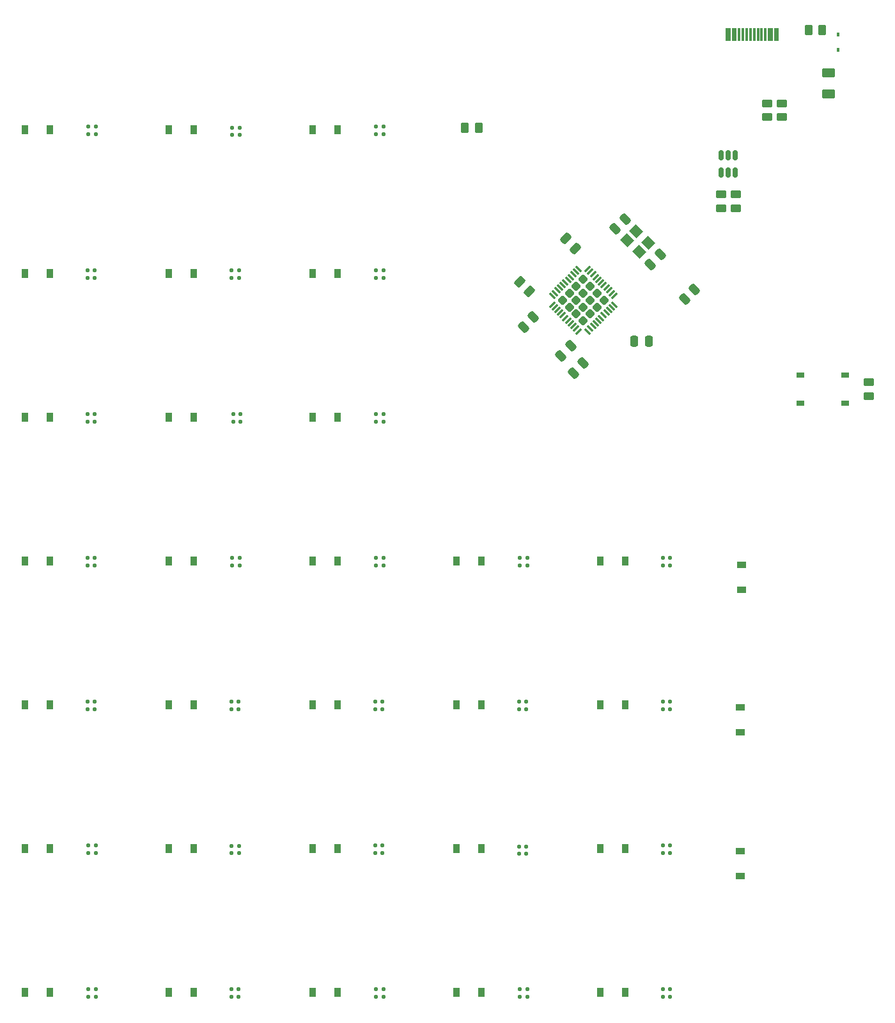
<source format=gbr>
%TF.GenerationSoftware,KiCad,Pcbnew,(6.0.5)*%
%TF.CreationDate,2022-05-18T14:43:54-07:00*%
%TF.ProjectId,3HMouse,33484d6f-7573-4652-9e6b-696361645f70,rev?*%
%TF.SameCoordinates,Original*%
%TF.FileFunction,Paste,Top*%
%TF.FilePolarity,Positive*%
%FSLAX46Y46*%
G04 Gerber Fmt 4.6, Leading zero omitted, Abs format (unit mm)*
G04 Created by KiCad (PCBNEW (6.0.5)) date 2022-05-18 14:43:54*
%MOMM*%
%LPD*%
G01*
G04 APERTURE LIST*
G04 Aperture macros list*
%AMRoundRect*
0 Rectangle with rounded corners*
0 $1 Rounding radius*
0 $2 $3 $4 $5 $6 $7 $8 $9 X,Y pos of 4 corners*
0 Add a 4 corners polygon primitive as box body*
4,1,4,$2,$3,$4,$5,$6,$7,$8,$9,$2,$3,0*
0 Add four circle primitives for the rounded corners*
1,1,$1+$1,$2,$3*
1,1,$1+$1,$4,$5*
1,1,$1+$1,$6,$7*
1,1,$1+$1,$8,$9*
0 Add four rect primitives between the rounded corners*
20,1,$1+$1,$2,$3,$4,$5,0*
20,1,$1+$1,$4,$5,$6,$7,0*
20,1,$1+$1,$6,$7,$8,$9,0*
20,1,$1+$1,$8,$9,$2,$3,0*%
%AMRotRect*
0 Rectangle, with rotation*
0 The origin of the aperture is its center*
0 $1 length*
0 $2 width*
0 $3 Rotation angle, in degrees counterclockwise*
0 Add horizontal line*
21,1,$1,$2,0,0,$3*%
G04 Aperture macros list end*
%ADD10R,0.900000X1.200000*%
%ADD11RoundRect,0.137500X-0.137500X-0.137500X0.137500X-0.137500X0.137500X0.137500X-0.137500X0.137500X0*%
%ADD12R,0.450000X0.600000*%
%ADD13RoundRect,0.250000X0.503814X0.132583X0.132583X0.503814X-0.503814X-0.132583X-0.132583X-0.503814X0*%
%ADD14RotRect,1.400000X1.200000X315.000000*%
%ADD15RoundRect,0.250000X-0.262500X-0.450000X0.262500X-0.450000X0.262500X0.450000X-0.262500X0.450000X0*%
%ADD16R,1.200000X0.900000*%
%ADD17RoundRect,0.250000X0.159099X-0.512652X0.512652X-0.159099X-0.159099X0.512652X-0.512652X0.159099X0*%
%ADD18RoundRect,0.250000X0.388909X0.000000X0.000000X0.388909X-0.388909X0.000000X0.000000X-0.388909X0*%
%ADD19RoundRect,0.062500X0.380070X-0.291682X-0.291682X0.380070X-0.380070X0.291682X0.291682X-0.380070X0*%
%ADD20RoundRect,0.062500X0.380070X0.291682X0.291682X0.380070X-0.380070X-0.291682X-0.291682X-0.380070X0*%
%ADD21RoundRect,0.250000X-0.450000X0.262500X-0.450000X-0.262500X0.450000X-0.262500X0.450000X0.262500X0*%
%ADD22R,1.000000X0.750000*%
%ADD23RoundRect,0.250000X0.512652X0.159099X0.159099X0.512652X-0.512652X-0.159099X-0.159099X-0.512652X0*%
%ADD24RoundRect,0.250000X-0.159099X0.512652X-0.512652X0.159099X0.159099X-0.512652X0.512652X-0.159099X0*%
%ADD25RoundRect,0.250000X-0.625000X0.375000X-0.625000X-0.375000X0.625000X-0.375000X0.625000X0.375000X0*%
%ADD26R,0.300000X1.750000*%
%ADD27RoundRect,0.250000X0.250000X0.475000X-0.250000X0.475000X-0.250000X-0.475000X0.250000X-0.475000X0*%
%ADD28RoundRect,0.150000X-0.150000X0.512500X-0.150000X-0.512500X0.150000X-0.512500X0.150000X0.512500X0*%
G04 APERTURE END LIST*
D10*
%TO.C,D4_3*%
X81662000Y-117983000D03*
X84962000Y-117983000D03*
%TD*%
D11*
%TO.C,DL1_0*%
X32799000Y-61435000D03*
X33749000Y-61435000D03*
X33749000Y-60485000D03*
X32799000Y-60485000D03*
%TD*%
%TO.C,DL4_0*%
X32799000Y-118585000D03*
X33749000Y-118585000D03*
X33749000Y-117635000D03*
X32799000Y-117635000D03*
%TD*%
D12*
%TO.C,D36*%
X132230500Y-31276000D03*
X132230500Y-29176000D03*
%TD*%
D11*
%TO.C,DL0_1*%
X51976000Y-42512000D03*
X52926000Y-42512000D03*
X52926000Y-41562000D03*
X51976000Y-41562000D03*
%TD*%
D10*
%TO.C,D2_0*%
X24512000Y-79883000D03*
X27812000Y-79883000D03*
%TD*%
%TO.C,D0_0*%
X24512000Y-41783000D03*
X27812000Y-41783000D03*
%TD*%
D11*
%TO.C,DL2_1*%
X52103000Y-80485000D03*
X53053000Y-80485000D03*
X53053000Y-79535000D03*
X52103000Y-79535000D03*
%TD*%
D10*
%TO.C,D5_2*%
X62612000Y-137033000D03*
X65912000Y-137033000D03*
%TD*%
%TO.C,D4_1*%
X43562000Y-117983000D03*
X46862000Y-117983000D03*
%TD*%
D13*
%TO.C,R5*%
X91323235Y-63256235D03*
X90032765Y-61965765D03*
%TD*%
D14*
%TO.C,Y1*%
X104285142Y-56465223D03*
X105840777Y-58020858D03*
X107042858Y-56818777D03*
X105487223Y-55263142D03*
%TD*%
D10*
%TO.C,D1_0*%
X24512000Y-60833000D03*
X27812000Y-60833000D03*
%TD*%
D11*
%TO.C,DL5_4*%
X108999000Y-137635000D03*
X109949000Y-137635000D03*
X109949000Y-136685000D03*
X108999000Y-136685000D03*
%TD*%
D10*
%TO.C,D3_0*%
X24512000Y-98933000D03*
X27812000Y-98933000D03*
%TD*%
D11*
%TO.C,DL5_2*%
X70899000Y-137635000D03*
X71849000Y-137635000D03*
X71849000Y-136685000D03*
X70899000Y-136685000D03*
%TD*%
%TO.C,DL3_3*%
X90076000Y-99535000D03*
X91026000Y-99535000D03*
X91026000Y-98585000D03*
X90076000Y-98585000D03*
%TD*%
D15*
%TO.C,R8*%
X82780500Y-41529000D03*
X84605500Y-41529000D03*
%TD*%
D10*
%TO.C,D2_2*%
X62612000Y-79883000D03*
X65912000Y-79883000D03*
%TD*%
D11*
%TO.C,DL3_2*%
X71026000Y-99535000D03*
X71976000Y-99535000D03*
X71976000Y-98585000D03*
X71026000Y-98585000D03*
%TD*%
D16*
%TO.C,D1_4*%
X119253000Y-137415000D03*
X119253000Y-140715000D03*
%TD*%
D11*
%TO.C,DL6_0*%
X32926000Y-156685000D03*
X33876000Y-156685000D03*
X33876000Y-155735000D03*
X32926000Y-155735000D03*
%TD*%
%TO.C,DL3_4*%
X108999000Y-99535000D03*
X109949000Y-99535000D03*
X109949000Y-98585000D03*
X108999000Y-98585000D03*
%TD*%
D10*
%TO.C,D1_1*%
X43562000Y-60833000D03*
X46862000Y-60833000D03*
%TD*%
D11*
%TO.C,DL6_4*%
X108999000Y-156685000D03*
X109949000Y-156685000D03*
X109949000Y-155735000D03*
X108999000Y-155735000D03*
%TD*%
%TO.C,DL5_1*%
X51882000Y-137668000D03*
X52832000Y-137668000D03*
X52832000Y-136718000D03*
X51882000Y-136718000D03*
%TD*%
D17*
%TO.C,C6*%
X95467249Y-71791751D03*
X96810751Y-70448249D03*
%TD*%
D11*
%TO.C,DL6_3*%
X90076000Y-156685000D03*
X91026000Y-156685000D03*
X91026000Y-155735000D03*
X90076000Y-155735000D03*
%TD*%
D10*
%TO.C,D0_1*%
X43562000Y-41783000D03*
X46862000Y-41783000D03*
%TD*%
%TO.C,D5_1*%
X43562000Y-137033000D03*
X46862000Y-137033000D03*
%TD*%
%TO.C,D3_1*%
X43562000Y-98933000D03*
X46862000Y-98933000D03*
%TD*%
D11*
%TO.C,DL4_4*%
X108999000Y-118585000D03*
X109949000Y-118585000D03*
X109949000Y-117635000D03*
X108999000Y-117635000D03*
%TD*%
D10*
%TO.C,D6_3*%
X81662000Y-156083000D03*
X84962000Y-156083000D03*
%TD*%
D18*
%TO.C,U1*%
X99365567Y-62570522D03*
X98446328Y-67166716D03*
X99365567Y-66247478D03*
X96607850Y-65328239D03*
X97527089Y-62570522D03*
X98446328Y-63489761D03*
X95688612Y-64409000D03*
X97527089Y-66247478D03*
X96607850Y-63489761D03*
X99365567Y-64409000D03*
X97527089Y-64409000D03*
X101204044Y-64409000D03*
X100284806Y-63489761D03*
X98446328Y-61651284D03*
X100284806Y-65328239D03*
X98446328Y-65328239D03*
D19*
X99038530Y-68536736D03*
X99392083Y-68183182D03*
X99745637Y-67829629D03*
X100099190Y-67476076D03*
X100452743Y-67122522D03*
X100806297Y-66768969D03*
X101159850Y-66415415D03*
X101513404Y-66061862D03*
X101866957Y-65708309D03*
X102220510Y-65354755D03*
X102574064Y-65001202D03*
D20*
X102574064Y-63816798D03*
X102220510Y-63463245D03*
X101866957Y-63109691D03*
X101513404Y-62756138D03*
X101159850Y-62402585D03*
X100806297Y-62049031D03*
X100452743Y-61695478D03*
X100099190Y-61341924D03*
X99745637Y-60988371D03*
X99392083Y-60634818D03*
X99038530Y-60281264D03*
D19*
X97854126Y-60281264D03*
X97500573Y-60634818D03*
X97147019Y-60988371D03*
X96793466Y-61341924D03*
X96439913Y-61695478D03*
X96086359Y-62049031D03*
X95732806Y-62402585D03*
X95379252Y-62756138D03*
X95025699Y-63109691D03*
X94672146Y-63463245D03*
X94318592Y-63816798D03*
D20*
X94318592Y-65001202D03*
X94672146Y-65354755D03*
X95025699Y-65708309D03*
X95379252Y-66061862D03*
X95732806Y-66415415D03*
X96086359Y-66768969D03*
X96439913Y-67122522D03*
X96793466Y-67476076D03*
X97147019Y-67829629D03*
X97500573Y-68183182D03*
X97854126Y-68536736D03*
%TD*%
D11*
%TO.C,DL2_2*%
X71026000Y-80485000D03*
X71976000Y-80485000D03*
X71976000Y-79535000D03*
X71026000Y-79535000D03*
%TD*%
%TO.C,DL5_0*%
X32926000Y-137635000D03*
X33876000Y-137635000D03*
X33876000Y-136685000D03*
X32926000Y-136685000D03*
%TD*%
D17*
%TO.C,C1*%
X102665789Y-54987291D03*
X104009291Y-53643789D03*
%TD*%
%TO.C,C5*%
X90514249Y-67981751D03*
X91857751Y-66638249D03*
%TD*%
D10*
%TO.C,D4_4*%
X100712000Y-117983000D03*
X104012000Y-117983000D03*
%TD*%
%TO.C,D3_2*%
X62612000Y-98933000D03*
X65912000Y-98933000D03*
%TD*%
%TO.C,D4_2*%
X62612000Y-117983000D03*
X65912000Y-117983000D03*
%TD*%
D21*
%TO.C,R6*%
X136271000Y-75287500D03*
X136271000Y-77112500D03*
%TD*%
D11*
%TO.C,DL1_2*%
X71026000Y-61435000D03*
X71976000Y-61435000D03*
X71976000Y-60485000D03*
X71026000Y-60485000D03*
%TD*%
%TO.C,DL0_0*%
X32926000Y-42385000D03*
X33876000Y-42385000D03*
X33876000Y-41435000D03*
X32926000Y-41435000D03*
%TD*%
D10*
%TO.C,D5_4*%
X100712000Y-137033000D03*
X104012000Y-137033000D03*
%TD*%
D16*
%TO.C,D0_5*%
X119380000Y-99442000D03*
X119380000Y-102742000D03*
%TD*%
D11*
%TO.C,DL4_2*%
X70899000Y-118585000D03*
X71849000Y-118585000D03*
X71849000Y-117635000D03*
X70899000Y-117635000D03*
%TD*%
D10*
%TO.C,D4_0*%
X24512000Y-117983000D03*
X27812000Y-117983000D03*
%TD*%
D11*
%TO.C,DL4_3*%
X89949000Y-118585000D03*
X90899000Y-118585000D03*
X90899000Y-117635000D03*
X89949000Y-117635000D03*
%TD*%
D21*
%TO.C,R7*%
X122809000Y-38330500D03*
X122809000Y-40155500D03*
%TD*%
D11*
%TO.C,DL6_2*%
X71026000Y-156685000D03*
X71976000Y-156685000D03*
X71976000Y-155735000D03*
X71026000Y-155735000D03*
%TD*%
D22*
%TO.C,S2*%
X127175000Y-74325000D03*
X133175000Y-74325000D03*
X127175000Y-78075000D03*
X133175000Y-78075000D03*
%TD*%
D11*
%TO.C,DL0_2*%
X71026000Y-42385000D03*
X71976000Y-42385000D03*
X71976000Y-41435000D03*
X71026000Y-41435000D03*
%TD*%
D21*
%TO.C,R1*%
X116736500Y-50395500D03*
X116736500Y-52220500D03*
%TD*%
D11*
%TO.C,DL6_1*%
X51849000Y-156685000D03*
X52799000Y-156685000D03*
X52799000Y-155735000D03*
X51849000Y-155735000D03*
%TD*%
D23*
%TO.C,C3*%
X97445751Y-57567751D03*
X96102249Y-56224249D03*
%TD*%
D10*
%TO.C,D1_2*%
X62612000Y-60833000D03*
X65912000Y-60833000D03*
%TD*%
D11*
%TO.C,DL5_3*%
X89949000Y-137729000D03*
X90899000Y-137729000D03*
X90899000Y-136779000D03*
X89949000Y-136779000D03*
%TD*%
D16*
%TO.C,D2_4*%
X119253000Y-118365000D03*
X119253000Y-121665000D03*
%TD*%
D24*
%TO.C,C2*%
X108679024Y-58313522D03*
X107335522Y-59657024D03*
%TD*%
D17*
%TO.C,C7*%
X97118249Y-74077751D03*
X98461751Y-72734249D03*
%TD*%
D24*
%TO.C,C4*%
X113193751Y-62955249D03*
X111850249Y-64298751D03*
%TD*%
D10*
%TO.C,D3_4*%
X100712000Y-98933000D03*
X104012000Y-98933000D03*
%TD*%
D15*
%TO.C,R3*%
X128270000Y-28575000D03*
X130095000Y-28575000D03*
%TD*%
D21*
%TO.C,R2*%
X118641500Y-50395500D03*
X118641500Y-52220500D03*
%TD*%
D11*
%TO.C,DL4_1*%
X51849000Y-118585000D03*
X52799000Y-118585000D03*
X52799000Y-117635000D03*
X51849000Y-117635000D03*
%TD*%
D10*
%TO.C,D5_0*%
X24512000Y-137033000D03*
X27812000Y-137033000D03*
%TD*%
%TO.C,D5_3*%
X81662000Y-137033000D03*
X84962000Y-137033000D03*
%TD*%
D11*
%TO.C,DL3_0*%
X32799000Y-99535000D03*
X33749000Y-99535000D03*
X33749000Y-98585000D03*
X32799000Y-98585000D03*
%TD*%
D10*
%TO.C,D0_2*%
X62612000Y-41783000D03*
X65912000Y-41783000D03*
%TD*%
D21*
%TO.C,R4*%
X124737500Y-38330500D03*
X124737500Y-40155500D03*
%TD*%
D10*
%TO.C,D3_3*%
X81662000Y-98933000D03*
X84962000Y-98933000D03*
%TD*%
D25*
%TO.C,F1*%
X130960500Y-34287000D03*
X130960500Y-37087000D03*
%TD*%
D10*
%TO.C,D6_2*%
X62612000Y-156083000D03*
X65912000Y-156083000D03*
%TD*%
%TO.C,D6_4*%
X100712000Y-156083000D03*
X104012000Y-156083000D03*
%TD*%
D11*
%TO.C,DL3_1*%
X51976000Y-99535000D03*
X52926000Y-99535000D03*
X52926000Y-98585000D03*
X51976000Y-98585000D03*
%TD*%
D26*
%TO.C,J1*%
X124182250Y-29216750D03*
X123382250Y-29216750D03*
X122082250Y-29216750D03*
X121082250Y-29216750D03*
X120582250Y-29216750D03*
X119582250Y-29216750D03*
X118282250Y-29216750D03*
X117482250Y-29216750D03*
X117782250Y-29216750D03*
X118582250Y-29216750D03*
X119082250Y-29216750D03*
X120082250Y-29216750D03*
X121582250Y-29216750D03*
X122582250Y-29216750D03*
X123082250Y-29216750D03*
X123882250Y-29216750D03*
%TD*%
D27*
%TO.C,C8*%
X107122000Y-69850000D03*
X105222000Y-69850000D03*
%TD*%
D28*
%TO.C,U2*%
X118575500Y-45217500D03*
X117625500Y-45217500D03*
X116675500Y-45217500D03*
X116675500Y-47492500D03*
X117625500Y-47492500D03*
X118575500Y-47492500D03*
%TD*%
D10*
%TO.C,D6_1*%
X43562000Y-156083000D03*
X46862000Y-156083000D03*
%TD*%
D11*
%TO.C,DL1_1*%
X51882000Y-61435000D03*
X52832000Y-61435000D03*
X52832000Y-60485000D03*
X51882000Y-60485000D03*
%TD*%
D10*
%TO.C,D6_0*%
X24480250Y-156083000D03*
X27780250Y-156083000D03*
%TD*%
D11*
%TO.C,DL2_0*%
X32799000Y-80485000D03*
X33749000Y-80485000D03*
X33749000Y-79535000D03*
X32799000Y-79535000D03*
%TD*%
D10*
%TO.C,D2_1*%
X43562000Y-79883000D03*
X46862000Y-79883000D03*
%TD*%
M02*

</source>
